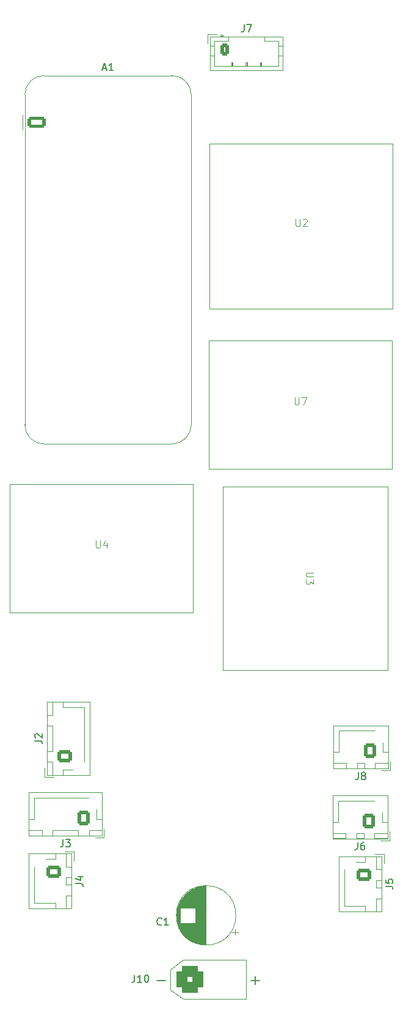
<source format=gbr>
%TF.GenerationSoftware,KiCad,Pcbnew,9.0.1*%
%TF.CreationDate,2025-04-21T23:50:45-04:00*%
%TF.ProjectId,2025SIMPLETVC,32303235-5349-44d5-904c-455456432e6b,rev?*%
%TF.SameCoordinates,Original*%
%TF.FileFunction,Legend,Top*%
%TF.FilePolarity,Positive*%
%FSLAX46Y46*%
G04 Gerber Fmt 4.6, Leading zero omitted, Abs format (unit mm)*
G04 Created by KiCad (PCBNEW 9.0.1) date 2025-04-21 23:50:45*
%MOMM*%
%LPD*%
G01*
G04 APERTURE LIST*
G04 Aperture macros list*
%AMRoundRect*
0 Rectangle with rounded corners*
0 $1 Rounding radius*
0 $2 $3 $4 $5 $6 $7 $8 $9 X,Y pos of 4 corners*
0 Add a 4 corners polygon primitive as box body*
4,1,4,$2,$3,$4,$5,$6,$7,$8,$9,$2,$3,0*
0 Add four circle primitives for the rounded corners*
1,1,$1+$1,$2,$3*
1,1,$1+$1,$4,$5*
1,1,$1+$1,$6,$7*
1,1,$1+$1,$8,$9*
0 Add four rect primitives between the rounded corners*
20,1,$1+$1,$2,$3,$4,$5,0*
20,1,$1+$1,$4,$5,$6,$7,0*
20,1,$1+$1,$6,$7,$8,$9,0*
20,1,$1+$1,$8,$9,$2,$3,0*%
G04 Aperture macros list end*
%ADD10C,0.150000*%
%ADD11C,0.100000*%
%ADD12C,0.120000*%
%ADD13C,4.700000*%
%ADD14C,7.500000*%
%ADD15C,1.200000*%
%ADD16RoundRect,0.250000X0.600000X0.750000X-0.600000X0.750000X-0.600000X-0.750000X0.600000X-0.750000X0*%
%ADD17O,1.700000X2.000000*%
%ADD18RoundRect,0.760000X-1.140000X-1.140000X1.140000X-1.140000X1.140000X1.140000X-1.140000X1.140000X0*%
%ADD19C,4.000000*%
%ADD20C,1.700000*%
%ADD21R,1.600000X1.600000*%
%ADD22C,1.600000*%
%ADD23RoundRect,0.250000X-0.750000X0.600000X-0.750000X-0.600000X0.750000X-0.600000X0.750000X0.600000X0*%
%ADD24O,2.000000X1.700000*%
%ADD25RoundRect,0.250000X0.725000X-0.600000X0.725000X0.600000X-0.725000X0.600000X-0.725000X-0.600000X0*%
%ADD26O,1.950000X1.700000*%
%ADD27RoundRect,0.250000X-0.350000X-0.625000X0.350000X-0.625000X0.350000X0.625000X-0.350000X0.625000X0*%
%ADD28O,1.200000X1.750000*%
%ADD29RoundRect,0.250000X0.600000X0.725000X-0.600000X0.725000X-0.600000X-0.725000X0.600000X-0.725000X0*%
%ADD30O,1.700000X1.950000*%
%ADD31RoundRect,0.250000X-1.050000X-0.550000X1.050000X-0.550000X1.050000X0.550000X-1.050000X0.550000X0*%
%ADD32O,2.600000X1.600000*%
G04 APERTURE END LIST*
D10*
X174816666Y-126004819D02*
X174816666Y-126719104D01*
X174816666Y-126719104D02*
X174769047Y-126861961D01*
X174769047Y-126861961D02*
X174673809Y-126957200D01*
X174673809Y-126957200D02*
X174530952Y-127004819D01*
X174530952Y-127004819D02*
X174435714Y-127004819D01*
X175435714Y-126433390D02*
X175340476Y-126385771D01*
X175340476Y-126385771D02*
X175292857Y-126338152D01*
X175292857Y-126338152D02*
X175245238Y-126242914D01*
X175245238Y-126242914D02*
X175245238Y-126195295D01*
X175245238Y-126195295D02*
X175292857Y-126100057D01*
X175292857Y-126100057D02*
X175340476Y-126052438D01*
X175340476Y-126052438D02*
X175435714Y-126004819D01*
X175435714Y-126004819D02*
X175626190Y-126004819D01*
X175626190Y-126004819D02*
X175721428Y-126052438D01*
X175721428Y-126052438D02*
X175769047Y-126100057D01*
X175769047Y-126100057D02*
X175816666Y-126195295D01*
X175816666Y-126195295D02*
X175816666Y-126242914D01*
X175816666Y-126242914D02*
X175769047Y-126338152D01*
X175769047Y-126338152D02*
X175721428Y-126385771D01*
X175721428Y-126385771D02*
X175626190Y-126433390D01*
X175626190Y-126433390D02*
X175435714Y-126433390D01*
X175435714Y-126433390D02*
X175340476Y-126481009D01*
X175340476Y-126481009D02*
X175292857Y-126528628D01*
X175292857Y-126528628D02*
X175245238Y-126623866D01*
X175245238Y-126623866D02*
X175245238Y-126814342D01*
X175245238Y-126814342D02*
X175292857Y-126909580D01*
X175292857Y-126909580D02*
X175340476Y-126957200D01*
X175340476Y-126957200D02*
X175435714Y-127004819D01*
X175435714Y-127004819D02*
X175626190Y-127004819D01*
X175626190Y-127004819D02*
X175721428Y-126957200D01*
X175721428Y-126957200D02*
X175769047Y-126909580D01*
X175769047Y-126909580D02*
X175816666Y-126814342D01*
X175816666Y-126814342D02*
X175816666Y-126623866D01*
X175816666Y-126623866D02*
X175769047Y-126528628D01*
X175769047Y-126528628D02*
X175721428Y-126481009D01*
X175721428Y-126481009D02*
X175626190Y-126433390D01*
X143790476Y-154054819D02*
X143790476Y-154769104D01*
X143790476Y-154769104D02*
X143742857Y-154911961D01*
X143742857Y-154911961D02*
X143647619Y-155007200D01*
X143647619Y-155007200D02*
X143504762Y-155054819D01*
X143504762Y-155054819D02*
X143409524Y-155054819D01*
X144790476Y-155054819D02*
X144219048Y-155054819D01*
X144504762Y-155054819D02*
X144504762Y-154054819D01*
X144504762Y-154054819D02*
X144409524Y-154197676D01*
X144409524Y-154197676D02*
X144314286Y-154292914D01*
X144314286Y-154292914D02*
X144219048Y-154340533D01*
X145409524Y-154054819D02*
X145504762Y-154054819D01*
X145504762Y-154054819D02*
X145600000Y-154102438D01*
X145600000Y-154102438D02*
X145647619Y-154150057D01*
X145647619Y-154150057D02*
X145695238Y-154245295D01*
X145695238Y-154245295D02*
X145742857Y-154435771D01*
X145742857Y-154435771D02*
X145742857Y-154673866D01*
X145742857Y-154673866D02*
X145695238Y-154864342D01*
X145695238Y-154864342D02*
X145647619Y-154959580D01*
X145647619Y-154959580D02*
X145600000Y-155007200D01*
X145600000Y-155007200D02*
X145504762Y-155054819D01*
X145504762Y-155054819D02*
X145409524Y-155054819D01*
X145409524Y-155054819D02*
X145314286Y-155007200D01*
X145314286Y-155007200D02*
X145266667Y-154959580D01*
X145266667Y-154959580D02*
X145219048Y-154864342D01*
X145219048Y-154864342D02*
X145171429Y-154673866D01*
X145171429Y-154673866D02*
X145171429Y-154435771D01*
X145171429Y-154435771D02*
X145219048Y-154245295D01*
X145219048Y-154245295D02*
X145266667Y-154150057D01*
X145266667Y-154150057D02*
X145314286Y-154102438D01*
X145314286Y-154102438D02*
X145409524Y-154054819D01*
X146928571Y-154814700D02*
X148071429Y-154814700D01*
X159928571Y-154814700D02*
X161071429Y-154814700D01*
X160500000Y-155386128D02*
X160500000Y-154243271D01*
D11*
X166138095Y-49357419D02*
X166138095Y-50166942D01*
X166138095Y-50166942D02*
X166185714Y-50262180D01*
X166185714Y-50262180D02*
X166233333Y-50309800D01*
X166233333Y-50309800D02*
X166328571Y-50357419D01*
X166328571Y-50357419D02*
X166519047Y-50357419D01*
X166519047Y-50357419D02*
X166614285Y-50309800D01*
X166614285Y-50309800D02*
X166661904Y-50262180D01*
X166661904Y-50262180D02*
X166709523Y-50166942D01*
X166709523Y-50166942D02*
X166709523Y-49357419D01*
X167138095Y-49452657D02*
X167185714Y-49405038D01*
X167185714Y-49405038D02*
X167280952Y-49357419D01*
X167280952Y-49357419D02*
X167519047Y-49357419D01*
X167519047Y-49357419D02*
X167614285Y-49405038D01*
X167614285Y-49405038D02*
X167661904Y-49452657D01*
X167661904Y-49452657D02*
X167709523Y-49547895D01*
X167709523Y-49547895D02*
X167709523Y-49643133D01*
X167709523Y-49643133D02*
X167661904Y-49785990D01*
X167661904Y-49785990D02*
X167090476Y-50357419D01*
X167090476Y-50357419D02*
X167709523Y-50357419D01*
D10*
X147533333Y-147059580D02*
X147485714Y-147107200D01*
X147485714Y-147107200D02*
X147342857Y-147154819D01*
X147342857Y-147154819D02*
X147247619Y-147154819D01*
X147247619Y-147154819D02*
X147104762Y-147107200D01*
X147104762Y-147107200D02*
X147009524Y-147011961D01*
X147009524Y-147011961D02*
X146961905Y-146916723D01*
X146961905Y-146916723D02*
X146914286Y-146726247D01*
X146914286Y-146726247D02*
X146914286Y-146583390D01*
X146914286Y-146583390D02*
X146961905Y-146392914D01*
X146961905Y-146392914D02*
X147009524Y-146297676D01*
X147009524Y-146297676D02*
X147104762Y-146202438D01*
X147104762Y-146202438D02*
X147247619Y-146154819D01*
X147247619Y-146154819D02*
X147342857Y-146154819D01*
X147342857Y-146154819D02*
X147485714Y-146202438D01*
X147485714Y-146202438D02*
X147533333Y-146250057D01*
X148485714Y-147154819D02*
X147914286Y-147154819D01*
X148200000Y-147154819D02*
X148200000Y-146154819D01*
X148200000Y-146154819D02*
X148104762Y-146297676D01*
X148104762Y-146297676D02*
X148009524Y-146392914D01*
X148009524Y-146392914D02*
X147914286Y-146440533D01*
X178604819Y-141783333D02*
X179319104Y-141783333D01*
X179319104Y-141783333D02*
X179461961Y-141830952D01*
X179461961Y-141830952D02*
X179557200Y-141926190D01*
X179557200Y-141926190D02*
X179604819Y-142069047D01*
X179604819Y-142069047D02*
X179604819Y-142164285D01*
X178604819Y-140830952D02*
X178604819Y-141307142D01*
X178604819Y-141307142D02*
X179081009Y-141354761D01*
X179081009Y-141354761D02*
X179033390Y-141307142D01*
X179033390Y-141307142D02*
X178985771Y-141211904D01*
X178985771Y-141211904D02*
X178985771Y-140973809D01*
X178985771Y-140973809D02*
X179033390Y-140878571D01*
X179033390Y-140878571D02*
X179081009Y-140830952D01*
X179081009Y-140830952D02*
X179176247Y-140783333D01*
X179176247Y-140783333D02*
X179414342Y-140783333D01*
X179414342Y-140783333D02*
X179509580Y-140830952D01*
X179509580Y-140830952D02*
X179557200Y-140878571D01*
X179557200Y-140878571D02*
X179604819Y-140973809D01*
X179604819Y-140973809D02*
X179604819Y-141211904D01*
X179604819Y-141211904D02*
X179557200Y-141307142D01*
X179557200Y-141307142D02*
X179509580Y-141354761D01*
X135604819Y-141383333D02*
X136319104Y-141383333D01*
X136319104Y-141383333D02*
X136461961Y-141430952D01*
X136461961Y-141430952D02*
X136557200Y-141526190D01*
X136557200Y-141526190D02*
X136604819Y-141669047D01*
X136604819Y-141669047D02*
X136604819Y-141764285D01*
X135938152Y-140478571D02*
X136604819Y-140478571D01*
X135557200Y-140716666D02*
X136271485Y-140954761D01*
X136271485Y-140954761D02*
X136271485Y-140335714D01*
X129979819Y-121633333D02*
X130694104Y-121633333D01*
X130694104Y-121633333D02*
X130836961Y-121680952D01*
X130836961Y-121680952D02*
X130932200Y-121776190D01*
X130932200Y-121776190D02*
X130979819Y-121919047D01*
X130979819Y-121919047D02*
X130979819Y-122014285D01*
X130075057Y-121204761D02*
X130027438Y-121157142D01*
X130027438Y-121157142D02*
X129979819Y-121061904D01*
X129979819Y-121061904D02*
X129979819Y-120823809D01*
X129979819Y-120823809D02*
X130027438Y-120728571D01*
X130027438Y-120728571D02*
X130075057Y-120680952D01*
X130075057Y-120680952D02*
X130170295Y-120633333D01*
X130170295Y-120633333D02*
X130265533Y-120633333D01*
X130265533Y-120633333D02*
X130408390Y-120680952D01*
X130408390Y-120680952D02*
X130979819Y-121252380D01*
X130979819Y-121252380D02*
X130979819Y-120633333D01*
X158966666Y-22454819D02*
X158966666Y-23169104D01*
X158966666Y-23169104D02*
X158919047Y-23311961D01*
X158919047Y-23311961D02*
X158823809Y-23407200D01*
X158823809Y-23407200D02*
X158680952Y-23454819D01*
X158680952Y-23454819D02*
X158585714Y-23454819D01*
X159347619Y-22454819D02*
X160014285Y-22454819D01*
X160014285Y-22454819D02*
X159585714Y-23454819D01*
D11*
X165988095Y-74057419D02*
X165988095Y-74866942D01*
X165988095Y-74866942D02*
X166035714Y-74962180D01*
X166035714Y-74962180D02*
X166083333Y-75009800D01*
X166083333Y-75009800D02*
X166178571Y-75057419D01*
X166178571Y-75057419D02*
X166369047Y-75057419D01*
X166369047Y-75057419D02*
X166464285Y-75009800D01*
X166464285Y-75009800D02*
X166511904Y-74962180D01*
X166511904Y-74962180D02*
X166559523Y-74866942D01*
X166559523Y-74866942D02*
X166559523Y-74057419D01*
X166940476Y-74057419D02*
X167607142Y-74057419D01*
X167607142Y-74057419D02*
X167178571Y-75057419D01*
X168542580Y-98338095D02*
X167733057Y-98338095D01*
X167733057Y-98338095D02*
X167637819Y-98385714D01*
X167637819Y-98385714D02*
X167590200Y-98433333D01*
X167590200Y-98433333D02*
X167542580Y-98528571D01*
X167542580Y-98528571D02*
X167542580Y-98719047D01*
X167542580Y-98719047D02*
X167590200Y-98814285D01*
X167590200Y-98814285D02*
X167637819Y-98861904D01*
X167637819Y-98861904D02*
X167733057Y-98909523D01*
X167733057Y-98909523D02*
X168542580Y-98909523D01*
X168542580Y-99290476D02*
X168542580Y-99909523D01*
X168542580Y-99909523D02*
X168161628Y-99576190D01*
X168161628Y-99576190D02*
X168161628Y-99719047D01*
X168161628Y-99719047D02*
X168114009Y-99814285D01*
X168114009Y-99814285D02*
X168066390Y-99861904D01*
X168066390Y-99861904D02*
X167971152Y-99909523D01*
X167971152Y-99909523D02*
X167733057Y-99909523D01*
X167733057Y-99909523D02*
X167637819Y-99861904D01*
X167637819Y-99861904D02*
X167590200Y-99814285D01*
X167590200Y-99814285D02*
X167542580Y-99719047D01*
X167542580Y-99719047D02*
X167542580Y-99433333D01*
X167542580Y-99433333D02*
X167590200Y-99338095D01*
X167590200Y-99338095D02*
X167637819Y-99290476D01*
X138448095Y-93907419D02*
X138448095Y-94716942D01*
X138448095Y-94716942D02*
X138495714Y-94812180D01*
X138495714Y-94812180D02*
X138543333Y-94859800D01*
X138543333Y-94859800D02*
X138638571Y-94907419D01*
X138638571Y-94907419D02*
X138829047Y-94907419D01*
X138829047Y-94907419D02*
X138924285Y-94859800D01*
X138924285Y-94859800D02*
X138971904Y-94812180D01*
X138971904Y-94812180D02*
X139019523Y-94716942D01*
X139019523Y-94716942D02*
X139019523Y-93907419D01*
X139924285Y-94240752D02*
X139924285Y-94907419D01*
X139686190Y-93859800D02*
X139448095Y-94574085D01*
X139448095Y-94574085D02*
X140067142Y-94574085D01*
D10*
X174716666Y-135704819D02*
X174716666Y-136419104D01*
X174716666Y-136419104D02*
X174669047Y-136561961D01*
X174669047Y-136561961D02*
X174573809Y-136657200D01*
X174573809Y-136657200D02*
X174430952Y-136704819D01*
X174430952Y-136704819D02*
X174335714Y-136704819D01*
X175621428Y-135704819D02*
X175430952Y-135704819D01*
X175430952Y-135704819D02*
X175335714Y-135752438D01*
X175335714Y-135752438D02*
X175288095Y-135800057D01*
X175288095Y-135800057D02*
X175192857Y-135942914D01*
X175192857Y-135942914D02*
X175145238Y-136133390D01*
X175145238Y-136133390D02*
X175145238Y-136514342D01*
X175145238Y-136514342D02*
X175192857Y-136609580D01*
X175192857Y-136609580D02*
X175240476Y-136657200D01*
X175240476Y-136657200D02*
X175335714Y-136704819D01*
X175335714Y-136704819D02*
X175526190Y-136704819D01*
X175526190Y-136704819D02*
X175621428Y-136657200D01*
X175621428Y-136657200D02*
X175669047Y-136609580D01*
X175669047Y-136609580D02*
X175716666Y-136514342D01*
X175716666Y-136514342D02*
X175716666Y-136276247D01*
X175716666Y-136276247D02*
X175669047Y-136181009D01*
X175669047Y-136181009D02*
X175621428Y-136133390D01*
X175621428Y-136133390D02*
X175526190Y-136085771D01*
X175526190Y-136085771D02*
X175335714Y-136085771D01*
X175335714Y-136085771D02*
X175240476Y-136133390D01*
X175240476Y-136133390D02*
X175192857Y-136181009D01*
X175192857Y-136181009D02*
X175145238Y-136276247D01*
X133866666Y-135304819D02*
X133866666Y-136019104D01*
X133866666Y-136019104D02*
X133819047Y-136161961D01*
X133819047Y-136161961D02*
X133723809Y-136257200D01*
X133723809Y-136257200D02*
X133580952Y-136304819D01*
X133580952Y-136304819D02*
X133485714Y-136304819D01*
X134247619Y-135304819D02*
X134866666Y-135304819D01*
X134866666Y-135304819D02*
X134533333Y-135685771D01*
X134533333Y-135685771D02*
X134676190Y-135685771D01*
X134676190Y-135685771D02*
X134771428Y-135733390D01*
X134771428Y-135733390D02*
X134819047Y-135781009D01*
X134819047Y-135781009D02*
X134866666Y-135876247D01*
X134866666Y-135876247D02*
X134866666Y-136114342D01*
X134866666Y-136114342D02*
X134819047Y-136209580D01*
X134819047Y-136209580D02*
X134771428Y-136257200D01*
X134771428Y-136257200D02*
X134676190Y-136304819D01*
X134676190Y-136304819D02*
X134390476Y-136304819D01*
X134390476Y-136304819D02*
X134295238Y-136257200D01*
X134295238Y-136257200D02*
X134247619Y-136209580D01*
X139393214Y-28499104D02*
X139869404Y-28499104D01*
X139297976Y-28784819D02*
X139631309Y-27784819D01*
X139631309Y-27784819D02*
X139964642Y-28784819D01*
X140821785Y-28784819D02*
X140250357Y-28784819D01*
X140536071Y-28784819D02*
X140536071Y-27784819D01*
X140536071Y-27784819D02*
X140440833Y-27927676D01*
X140440833Y-27927676D02*
X140345595Y-28022914D01*
X140345595Y-28022914D02*
X140250357Y-28070533D01*
D12*
%TO.C,J8*%
X171340000Y-119490000D02*
X171340000Y-125460000D01*
X171340000Y-125460000D02*
X178960000Y-125460000D01*
X171350000Y-123200000D02*
X172100000Y-123200000D01*
X171350000Y-124700000D02*
X171350000Y-125450000D01*
X171350000Y-125450000D02*
X173150000Y-125450000D01*
X172100000Y-120250000D02*
X175150000Y-120250000D01*
X172100000Y-123200000D02*
X172100000Y-120250000D01*
X173150000Y-124700000D02*
X171350000Y-124700000D01*
X173150000Y-125450000D02*
X173150000Y-124700000D01*
X174650000Y-124700000D02*
X174650000Y-125450000D01*
X174650000Y-125450000D02*
X175650000Y-125450000D01*
X175150000Y-120250000D02*
X177140000Y-120250000D01*
X175650000Y-124700000D02*
X174650000Y-124700000D01*
X175650000Y-125450000D02*
X175650000Y-124700000D01*
X177150000Y-124700000D02*
X177150000Y-125450000D01*
X177150000Y-125450000D02*
X178950000Y-125450000D01*
X178000000Y-125750000D02*
X179250000Y-125750000D01*
X178200000Y-123200000D02*
X178200000Y-121860000D01*
X178950000Y-123200000D02*
X178200000Y-123200000D01*
X178950000Y-124700000D02*
X177150000Y-124700000D01*
X178950000Y-125450000D02*
X178950000Y-124700000D01*
X178960000Y-119490000D02*
X171340000Y-119490000D01*
X178960000Y-125460000D02*
X178960000Y-119490000D01*
X179250000Y-125750000D02*
X179250000Y-124500000D01*
%TO.C,J10*%
X148790000Y-153290000D02*
X148790000Y-156110000D01*
X148790000Y-153290000D02*
X150490000Y-151990000D01*
X148790000Y-156110000D02*
X150490000Y-157410000D01*
X150490000Y-151990000D02*
X159210000Y-151990000D01*
X150490000Y-157410000D02*
X159210000Y-157410000D01*
X159210000Y-151990000D02*
X159210000Y-157410000D01*
%TO.C,U2*%
D11*
X154200000Y-38970000D02*
X179600000Y-38970000D01*
X179600000Y-61830000D01*
X154200000Y-61830000D01*
X154200000Y-38970000D01*
D12*
%TO.C,C1*%
X149622651Y-146333000D02*
X149622651Y-145267000D01*
X149662651Y-146568000D02*
X149662651Y-145032000D01*
X149702651Y-146747000D02*
X149702651Y-144853000D01*
X149742651Y-146897000D02*
X149742651Y-144703000D01*
X149782651Y-147028000D02*
X149782651Y-144572000D01*
X149822651Y-147146000D02*
X149822651Y-144454000D01*
X149862651Y-147253000D02*
X149862651Y-144347000D01*
X149902651Y-147352000D02*
X149902651Y-144248000D01*
X149942651Y-147444000D02*
X149942651Y-144156000D01*
X149982651Y-147531000D02*
X149982651Y-144069000D01*
X150022651Y-147613000D02*
X150022651Y-143987000D01*
X150062651Y-147690000D02*
X150062651Y-143910000D01*
X150102651Y-147764000D02*
X150102651Y-143836000D01*
X150142651Y-147834000D02*
X150142651Y-143766000D01*
X150182651Y-144760000D02*
X150182651Y-143699000D01*
X150182651Y-147901000D02*
X150182651Y-146840000D01*
X150222651Y-144760000D02*
X150222651Y-143635000D01*
X150222651Y-147965000D02*
X150222651Y-146840000D01*
X150262651Y-144760000D02*
X150262651Y-143573000D01*
X150262651Y-148027000D02*
X150262651Y-146840000D01*
X150302651Y-144760000D02*
X150302651Y-143513000D01*
X150302651Y-148087000D02*
X150302651Y-146840000D01*
X150342651Y-144760000D02*
X150342651Y-143456000D01*
X150342651Y-148144000D02*
X150342651Y-146840000D01*
X150382651Y-144760000D02*
X150382651Y-143400000D01*
X150382651Y-148200000D02*
X150382651Y-146840000D01*
X150422651Y-144760000D02*
X150422651Y-143347000D01*
X150422651Y-148253000D02*
X150422651Y-146840000D01*
X150462651Y-144760000D02*
X150462651Y-143295000D01*
X150462651Y-148305000D02*
X150462651Y-146840000D01*
X150502651Y-144760000D02*
X150502651Y-143245000D01*
X150502651Y-148355000D02*
X150502651Y-146840000D01*
X150542651Y-144760000D02*
X150542651Y-143196000D01*
X150542651Y-148404000D02*
X150542651Y-146840000D01*
X150582651Y-144760000D02*
X150582651Y-143149000D01*
X150582651Y-148451000D02*
X150582651Y-146840000D01*
X150622651Y-144760000D02*
X150622651Y-143104000D01*
X150622651Y-148496000D02*
X150622651Y-146840000D01*
X150662651Y-144760000D02*
X150662651Y-143059000D01*
X150662651Y-148541000D02*
X150662651Y-146840000D01*
X150702651Y-144760000D02*
X150702651Y-143016000D01*
X150702651Y-148584000D02*
X150702651Y-146840000D01*
X150742651Y-144760000D02*
X150742651Y-142974000D01*
X150742651Y-148626000D02*
X150742651Y-146840000D01*
X150782651Y-144760000D02*
X150782651Y-142933000D01*
X150782651Y-148667000D02*
X150782651Y-146840000D01*
X150822651Y-144760000D02*
X150822651Y-142894000D01*
X150822651Y-148706000D02*
X150822651Y-146840000D01*
X150862651Y-144760000D02*
X150862651Y-142855000D01*
X150862651Y-148745000D02*
X150862651Y-146840000D01*
X150902651Y-144760000D02*
X150902651Y-142818000D01*
X150902651Y-148782000D02*
X150902651Y-146840000D01*
X150942651Y-144760000D02*
X150942651Y-142781000D01*
X150942651Y-148819000D02*
X150942651Y-146840000D01*
X150982651Y-144760000D02*
X150982651Y-142745000D01*
X150982651Y-148855000D02*
X150982651Y-146840000D01*
X151022651Y-144760000D02*
X151022651Y-142711000D01*
X151022651Y-148889000D02*
X151022651Y-146840000D01*
X151062651Y-144760000D02*
X151062651Y-142677000D01*
X151062651Y-148923000D02*
X151062651Y-146840000D01*
X151102651Y-144760000D02*
X151102651Y-142644000D01*
X151102651Y-148956000D02*
X151102651Y-146840000D01*
X151142651Y-144760000D02*
X151142651Y-142612000D01*
X151142651Y-148988000D02*
X151142651Y-146840000D01*
X151182651Y-144760000D02*
X151182651Y-142581000D01*
X151182651Y-149019000D02*
X151182651Y-146840000D01*
X151222651Y-144760000D02*
X151222651Y-142550000D01*
X151222651Y-149050000D02*
X151222651Y-146840000D01*
X151262651Y-144760000D02*
X151262651Y-142520000D01*
X151262651Y-149080000D02*
X151262651Y-146840000D01*
X151302651Y-144760000D02*
X151302651Y-142491000D01*
X151302651Y-149109000D02*
X151302651Y-146840000D01*
X151342651Y-144760000D02*
X151342651Y-142463000D01*
X151342651Y-149137000D02*
X151342651Y-146840000D01*
X151382651Y-144760000D02*
X151382651Y-142435000D01*
X151382651Y-149165000D02*
X151382651Y-146840000D01*
X151422651Y-144760000D02*
X151422651Y-142408000D01*
X151422651Y-149192000D02*
X151422651Y-146840000D01*
X151462651Y-144760000D02*
X151462651Y-142382000D01*
X151462651Y-149218000D02*
X151462651Y-146840000D01*
X151502651Y-144760000D02*
X151502651Y-142357000D01*
X151502651Y-149243000D02*
X151502651Y-146840000D01*
X151542651Y-144760000D02*
X151542651Y-142332000D01*
X151542651Y-149268000D02*
X151542651Y-146840000D01*
X151582651Y-144760000D02*
X151582651Y-142307000D01*
X151582651Y-149293000D02*
X151582651Y-146840000D01*
X151622651Y-144760000D02*
X151622651Y-142284000D01*
X151622651Y-149316000D02*
X151622651Y-146840000D01*
X151662651Y-144760000D02*
X151662651Y-142261000D01*
X151662651Y-149339000D02*
X151662651Y-146840000D01*
X151702651Y-144760000D02*
X151702651Y-142238000D01*
X151702651Y-149362000D02*
X151702651Y-146840000D01*
X151742651Y-144760000D02*
X151742651Y-142216000D01*
X151742651Y-149384000D02*
X151742651Y-146840000D01*
X151782651Y-144760000D02*
X151782651Y-142195000D01*
X151782651Y-149405000D02*
X151782651Y-146840000D01*
X151822651Y-144760000D02*
X151822651Y-142174000D01*
X151822651Y-149426000D02*
X151822651Y-146840000D01*
X151862651Y-144760000D02*
X151862651Y-142154000D01*
X151862651Y-149446000D02*
X151862651Y-146840000D01*
X151902651Y-144760000D02*
X151902651Y-142134000D01*
X151902651Y-149466000D02*
X151902651Y-146840000D01*
X151942651Y-144760000D02*
X151942651Y-142115000D01*
X151942651Y-149485000D02*
X151942651Y-146840000D01*
X151982651Y-144760000D02*
X151982651Y-142096000D01*
X151982651Y-149504000D02*
X151982651Y-146840000D01*
X152022651Y-144760000D02*
X152022651Y-142078000D01*
X152022651Y-149522000D02*
X152022651Y-146840000D01*
X152062651Y-144760000D02*
X152062651Y-142060000D01*
X152062651Y-149540000D02*
X152062651Y-146840000D01*
X152102651Y-144760000D02*
X152102651Y-142043000D01*
X152102651Y-149557000D02*
X152102651Y-146840000D01*
X152142651Y-144760000D02*
X152142651Y-142027000D01*
X152142651Y-149573000D02*
X152142651Y-146840000D01*
X152182651Y-144760000D02*
X152182651Y-142011000D01*
X152182651Y-149589000D02*
X152182651Y-146840000D01*
X152222651Y-144760000D02*
X152222651Y-141995000D01*
X152222651Y-149605000D02*
X152222651Y-146840000D01*
X152262651Y-149620000D02*
X152262651Y-141980000D01*
X152302651Y-149635000D02*
X152302651Y-141965000D01*
X152342651Y-149649000D02*
X152342651Y-141951000D01*
X152382651Y-149663000D02*
X152382651Y-141937000D01*
X152422651Y-149676000D02*
X152422651Y-141924000D01*
X152462651Y-149689000D02*
X152462651Y-141911000D01*
X152502651Y-149701000D02*
X152502651Y-141899000D01*
X152542651Y-149713000D02*
X152542651Y-141887000D01*
X152582651Y-149725000D02*
X152582651Y-141875000D01*
X152622651Y-149736000D02*
X152622651Y-141864000D01*
X152662651Y-149747000D02*
X152662651Y-141853000D01*
X152702651Y-149757000D02*
X152702651Y-141843000D01*
X152742651Y-149767000D02*
X152742651Y-141833000D01*
X152782651Y-149776000D02*
X152782651Y-141824000D01*
X152822651Y-149785000D02*
X152822651Y-141815000D01*
X152862651Y-149793000D02*
X152862651Y-141807000D01*
X152902651Y-149802000D02*
X152902651Y-141798000D01*
X152942651Y-149809000D02*
X152942651Y-141791000D01*
X152982651Y-149817000D02*
X152982651Y-141783000D01*
X153022651Y-149823000D02*
X153022651Y-141777000D01*
X153062651Y-149830000D02*
X153062651Y-141770000D01*
X153102651Y-149836000D02*
X153102651Y-141764000D01*
X153142651Y-149842000D02*
X153142651Y-141758000D01*
X153182651Y-149847000D02*
X153182651Y-141753000D01*
X153222651Y-149852000D02*
X153222651Y-141748000D01*
X153262651Y-149856000D02*
X153262651Y-141744000D01*
X153302651Y-149861000D02*
X153302651Y-141739000D01*
X153342651Y-149864000D02*
X153342651Y-141736000D01*
X153382651Y-149868000D02*
X153382651Y-141732000D01*
X153422651Y-149870000D02*
X153422651Y-141730000D01*
X153462651Y-149873000D02*
X153462651Y-141727000D01*
X153502651Y-149875000D02*
X153502651Y-141725000D01*
X153542651Y-149877000D02*
X153542651Y-141723000D01*
X153582651Y-149878000D02*
X153582651Y-141722000D01*
X153622651Y-149879000D02*
X153622651Y-141721000D01*
X153662651Y-149880000D02*
X153662651Y-141720000D01*
X153702651Y-149880000D02*
X153702651Y-141720000D01*
X157712349Y-148515000D02*
X157712349Y-147715000D01*
X158112349Y-148115000D02*
X157312349Y-148115000D01*
X157822651Y-145800000D02*
G75*
G02*
X149582651Y-145800000I-4120000J0D01*
G01*
X149582651Y-145800000D02*
G75*
G02*
X157822651Y-145800000I4120000J0D01*
G01*
%TO.C,J5*%
X172090000Y-137640000D02*
X172090000Y-145260000D01*
X172090000Y-145260000D02*
X178060000Y-145260000D01*
X172850000Y-141450000D02*
X172850000Y-139460000D01*
X172850000Y-144500000D02*
X172850000Y-141450000D01*
X175800000Y-137650000D02*
X175800000Y-138400000D01*
X175800000Y-138400000D02*
X174460000Y-138400000D01*
X175800000Y-144500000D02*
X172850000Y-144500000D01*
X175800000Y-145250000D02*
X175800000Y-144500000D01*
X177300000Y-137650000D02*
X177300000Y-139450000D01*
X177300000Y-139450000D02*
X178050000Y-139450000D01*
X177300000Y-140950000D02*
X177300000Y-141950000D01*
X177300000Y-141950000D02*
X178050000Y-141950000D01*
X177300000Y-143450000D02*
X177300000Y-145250000D01*
X177300000Y-145250000D02*
X178050000Y-145250000D01*
X178050000Y-137650000D02*
X177300000Y-137650000D01*
X178050000Y-139450000D02*
X178050000Y-137650000D01*
X178050000Y-140950000D02*
X177300000Y-140950000D01*
X178050000Y-141950000D02*
X178050000Y-140950000D01*
X178050000Y-143450000D02*
X177300000Y-143450000D01*
X178050000Y-145250000D02*
X178050000Y-143450000D01*
X178060000Y-137640000D02*
X172090000Y-137640000D01*
X178060000Y-145260000D02*
X178060000Y-137640000D01*
X178350000Y-137350000D02*
X177100000Y-137350000D01*
X178350000Y-138600000D02*
X178350000Y-137350000D01*
%TO.C,J4*%
X129090000Y-137240000D02*
X129090000Y-144860000D01*
X129090000Y-144860000D02*
X135060000Y-144860000D01*
X129850000Y-141050000D02*
X129850000Y-139060000D01*
X129850000Y-144100000D02*
X129850000Y-141050000D01*
X132800000Y-137250000D02*
X132800000Y-138000000D01*
X132800000Y-138000000D02*
X131460000Y-138000000D01*
X132800000Y-144100000D02*
X129850000Y-144100000D01*
X132800000Y-144850000D02*
X132800000Y-144100000D01*
X134300000Y-137250000D02*
X134300000Y-139050000D01*
X134300000Y-139050000D02*
X135050000Y-139050000D01*
X134300000Y-140550000D02*
X134300000Y-141550000D01*
X134300000Y-141550000D02*
X135050000Y-141550000D01*
X134300000Y-143050000D02*
X134300000Y-144850000D01*
X134300000Y-144850000D02*
X135050000Y-144850000D01*
X135050000Y-137250000D02*
X134300000Y-137250000D01*
X135050000Y-139050000D02*
X135050000Y-137250000D01*
X135050000Y-140550000D02*
X134300000Y-140550000D01*
X135050000Y-141550000D02*
X135050000Y-140550000D01*
X135050000Y-143050000D02*
X134300000Y-143050000D01*
X135050000Y-144850000D02*
X135050000Y-143050000D01*
X135060000Y-137240000D02*
X129090000Y-137240000D01*
X135060000Y-144860000D02*
X135060000Y-137240000D01*
X135350000Y-136950000D02*
X134100000Y-136950000D01*
X135350000Y-138200000D02*
X135350000Y-136950000D01*
%TO.C,J2*%
X131325000Y-125400000D02*
X131325000Y-126650000D01*
X131325000Y-126650000D02*
X132575000Y-126650000D01*
X131615000Y-116240000D02*
X131615000Y-126360000D01*
X131615000Y-126360000D02*
X137585000Y-126360000D01*
X131625000Y-116250000D02*
X131625000Y-118050000D01*
X131625000Y-118050000D02*
X132375000Y-118050000D01*
X131625000Y-119550000D02*
X131625000Y-123050000D01*
X131625000Y-123050000D02*
X132375000Y-123050000D01*
X131625000Y-124550000D02*
X131625000Y-126350000D01*
X131625000Y-126350000D02*
X132375000Y-126350000D01*
X132375000Y-116250000D02*
X131625000Y-116250000D01*
X132375000Y-118050000D02*
X132375000Y-116250000D01*
X132375000Y-119550000D02*
X131625000Y-119550000D01*
X132375000Y-123050000D02*
X132375000Y-119550000D01*
X132375000Y-124550000D02*
X131625000Y-124550000D01*
X132375000Y-126350000D02*
X132375000Y-124550000D01*
X133875000Y-116250000D02*
X133875000Y-117000000D01*
X133875000Y-117000000D02*
X136825000Y-117000000D01*
X133875000Y-125600000D02*
X135215000Y-125600000D01*
X133875000Y-126350000D02*
X133875000Y-125600000D01*
X136825000Y-117000000D02*
X136825000Y-121300000D01*
X136825000Y-121300000D02*
X136825000Y-124540000D01*
X137585000Y-116240000D02*
X131615000Y-116240000D01*
X137585000Y-126360000D02*
X137585000Y-116240000D01*
%TO.C,J7*%
X153940000Y-23790000D02*
X153940000Y-25040000D01*
X154240000Y-24090000D02*
X154240000Y-28810000D01*
X154240000Y-25400000D02*
X154850000Y-25400000D01*
X154240000Y-26700000D02*
X154850000Y-26700000D01*
X154240000Y-28810000D02*
X164360000Y-28810000D01*
X154850000Y-24700000D02*
X154850000Y-28200000D01*
X154850000Y-28200000D02*
X163750000Y-28200000D01*
X155190000Y-23790000D02*
X153940000Y-23790000D01*
X155700000Y-23890000D02*
X155700000Y-24090000D01*
X156000000Y-23890000D02*
X155700000Y-23890000D01*
X156000000Y-23990000D02*
X155700000Y-23990000D01*
X156000000Y-24090000D02*
X156000000Y-23890000D01*
X156800000Y-24090000D02*
X156800000Y-24700000D01*
X156800000Y-24700000D02*
X154850000Y-24700000D01*
X157200000Y-27700000D02*
X157400000Y-27700000D01*
X157200000Y-28200000D02*
X157200000Y-27700000D01*
X157300000Y-28200000D02*
X157300000Y-27700000D01*
X157400000Y-27700000D02*
X157400000Y-28200000D01*
X159200000Y-27700000D02*
X159400000Y-27700000D01*
X159200000Y-28200000D02*
X159200000Y-27700000D01*
X159300000Y-28200000D02*
X159300000Y-27700000D01*
X159400000Y-27700000D02*
X159400000Y-28200000D01*
X161200000Y-27700000D02*
X161400000Y-27700000D01*
X161200000Y-28200000D02*
X161200000Y-27700000D01*
X161300000Y-28200000D02*
X161300000Y-27700000D01*
X161400000Y-27700000D02*
X161400000Y-28200000D01*
X161800000Y-24700000D02*
X161800000Y-24090000D01*
X163750000Y-24700000D02*
X161800000Y-24700000D01*
X163750000Y-28200000D02*
X163750000Y-24700000D01*
X164360000Y-24090000D02*
X154240000Y-24090000D01*
X164360000Y-25400000D02*
X163750000Y-25400000D01*
X164360000Y-26700000D02*
X163750000Y-26700000D01*
X164360000Y-28810000D02*
X164360000Y-24090000D01*
%TO.C,U7*%
D11*
X154050000Y-66210000D02*
X179450000Y-66210000D01*
X179450000Y-83990000D01*
X154050000Y-83990000D01*
X154050000Y-66210000D01*
%TO.C,U3*%
X178930000Y-86400000D02*
X156070000Y-86400000D01*
X156070000Y-111800000D01*
X178930000Y-111800000D01*
X178930000Y-86400000D01*
%TO.C,U4*%
X126510000Y-86060000D02*
X151910000Y-86060000D01*
X151910000Y-103840000D01*
X126510000Y-103840000D01*
X126510000Y-86060000D01*
D12*
%TO.C,J6*%
X171240000Y-129190000D02*
X171240000Y-135160000D01*
X171240000Y-135160000D02*
X178860000Y-135160000D01*
X171250000Y-132900000D02*
X172000000Y-132900000D01*
X171250000Y-134400000D02*
X171250000Y-135150000D01*
X171250000Y-135150000D02*
X173050000Y-135150000D01*
X172000000Y-129950000D02*
X175050000Y-129950000D01*
X172000000Y-132900000D02*
X172000000Y-129950000D01*
X173050000Y-134400000D02*
X171250000Y-134400000D01*
X173050000Y-135150000D02*
X173050000Y-134400000D01*
X174550000Y-134400000D02*
X174550000Y-135150000D01*
X174550000Y-135150000D02*
X175550000Y-135150000D01*
X175050000Y-129950000D02*
X177040000Y-129950000D01*
X175550000Y-134400000D02*
X174550000Y-134400000D01*
X175550000Y-135150000D02*
X175550000Y-134400000D01*
X177050000Y-134400000D02*
X177050000Y-135150000D01*
X177050000Y-135150000D02*
X178850000Y-135150000D01*
X177900000Y-135450000D02*
X179150000Y-135450000D01*
X178100000Y-132900000D02*
X178100000Y-131560000D01*
X178850000Y-132900000D02*
X178100000Y-132900000D01*
X178850000Y-134400000D02*
X177050000Y-134400000D01*
X178850000Y-135150000D02*
X178850000Y-134400000D01*
X178860000Y-129190000D02*
X171240000Y-129190000D01*
X178860000Y-135160000D02*
X178860000Y-129190000D01*
X179150000Y-135450000D02*
X179150000Y-134200000D01*
%TO.C,J3*%
X129140000Y-128790000D02*
X129140000Y-134760000D01*
X129140000Y-134760000D02*
X139260000Y-134760000D01*
X129150000Y-132500000D02*
X129900000Y-132500000D01*
X129150000Y-134000000D02*
X129150000Y-134750000D01*
X129150000Y-134750000D02*
X130950000Y-134750000D01*
X129900000Y-129550000D02*
X134200000Y-129550000D01*
X129900000Y-132500000D02*
X129900000Y-129550000D01*
X130950000Y-134000000D02*
X129150000Y-134000000D01*
X130950000Y-134750000D02*
X130950000Y-134000000D01*
X132450000Y-134000000D02*
X132450000Y-134750000D01*
X132450000Y-134750000D02*
X135950000Y-134750000D01*
X134200000Y-129550000D02*
X137440000Y-129550000D01*
X135950000Y-134000000D02*
X132450000Y-134000000D01*
X135950000Y-134750000D02*
X135950000Y-134000000D01*
X137450000Y-134000000D02*
X137450000Y-134750000D01*
X137450000Y-134750000D02*
X139250000Y-134750000D01*
X138300000Y-135050000D02*
X139550000Y-135050000D01*
X138500000Y-132500000D02*
X138500000Y-131160000D01*
X139250000Y-132500000D02*
X138500000Y-132500000D01*
X139250000Y-134000000D02*
X137450000Y-134000000D01*
X139250000Y-134750000D02*
X139250000Y-134000000D01*
X139260000Y-128790000D02*
X129140000Y-128790000D01*
X139260000Y-134760000D02*
X139260000Y-128790000D01*
X139550000Y-135050000D02*
X139550000Y-133800000D01*
%TO.C,A1*%
X128247500Y-36950000D02*
X128247500Y-34950000D01*
X128567500Y-32140000D02*
X128567500Y-77860000D01*
X148997500Y-29490000D02*
X131217500Y-29490000D01*
X148997500Y-80510000D02*
X131217500Y-80510000D01*
X151647500Y-32140000D02*
X151647500Y-77860000D01*
X128567500Y-32140000D02*
G75*
G02*
X131217500Y-29490000I2650000J0D01*
G01*
X131217500Y-80510000D02*
G75*
G02*
X128567500Y-77860000I0J2650000D01*
G01*
X148997500Y-29490000D02*
G75*
G02*
X151647500Y-32140000I0J-2650000D01*
G01*
X151647500Y-77860000D02*
G75*
G02*
X148997500Y-80510000I-2650000J0D01*
G01*
%TD*%
%LPC*%
D13*
%TO.C,H3*%
X130500000Y-25000000D03*
D14*
X130500000Y-25000000D03*
%TD*%
D13*
%TO.C,H4*%
X175500000Y-25000000D03*
D14*
X175500000Y-25000000D03*
%TD*%
D15*
%TO.C,J8*%
X178000000Y-121000000D03*
D16*
X176400000Y-123000000D03*
D17*
X173900000Y-123000000D03*
%TD*%
D13*
%TO.C,H1*%
X130500000Y-155000000D03*
D14*
X130500000Y-155000000D03*
%TD*%
D18*
%TO.C,J10*%
X151500000Y-154700000D03*
D19*
X156500000Y-154700000D03*
%TD*%
D20*
%TO.C,U2*%
X160550000Y-59290000D03*
X163090000Y-59290000D03*
X165630000Y-59290000D03*
X168170000Y-59290000D03*
X170710000Y-59290000D03*
X173250000Y-59290000D03*
X160550000Y-41510000D03*
X163090000Y-41510000D03*
X165630000Y-41510000D03*
X168170000Y-41510000D03*
X170710000Y-41510000D03*
X173250000Y-41510000D03*
%TD*%
D21*
%TO.C,C1*%
X156202651Y-145800000D03*
D22*
X151202651Y-145800000D03*
%TD*%
D15*
%TO.C,J5*%
X173600000Y-138600000D03*
D23*
X175600000Y-140200000D03*
D24*
X175600000Y-142700000D03*
%TD*%
D15*
%TO.C,J4*%
X130600000Y-138200000D03*
D23*
X132600000Y-139800000D03*
D24*
X132600000Y-142300000D03*
%TD*%
D15*
%TO.C,J2*%
X136075000Y-125400000D03*
D25*
X134075000Y-123800000D03*
D26*
X134075000Y-121300000D03*
X134075000Y-118800000D03*
%TD*%
D27*
%TO.C,J7*%
X156300000Y-25900000D03*
D28*
X158300000Y-25900000D03*
X160300000Y-25900000D03*
X162300000Y-25900000D03*
%TD*%
D20*
%TO.C,U7*%
X159130000Y-81450000D03*
X161670000Y-81450000D03*
X164210000Y-81450000D03*
X166750000Y-81450000D03*
X169290000Y-81450000D03*
X171830000Y-81450000D03*
X174370000Y-81450000D03*
%TD*%
%TO.C,U3*%
X158610000Y-88940000D03*
X158610000Y-91480000D03*
X158610000Y-94020000D03*
X158610000Y-96560000D03*
X158610000Y-99100000D03*
X158610000Y-101640000D03*
X158610000Y-104180000D03*
X158610000Y-106720000D03*
X158610000Y-109260000D03*
%TD*%
D13*
%TO.C,H2*%
X175500000Y-155000000D03*
D14*
X175500000Y-155000000D03*
%TD*%
D20*
%TO.C,U4*%
X130320000Y-101300000D03*
X132860000Y-101300000D03*
X135400000Y-101300000D03*
X137940000Y-101300000D03*
X140480000Y-101300000D03*
X143020000Y-101300000D03*
X145560000Y-101300000D03*
X148100000Y-101300000D03*
%TD*%
D15*
%TO.C,J6*%
X177900000Y-130700000D03*
D16*
X176300000Y-132700000D03*
D17*
X173800000Y-132700000D03*
%TD*%
D15*
%TO.C,J3*%
X138300000Y-130300000D03*
D29*
X136700000Y-132300000D03*
D30*
X134200000Y-132300000D03*
X131700000Y-132300000D03*
%TD*%
D31*
%TO.C,A1*%
X130247500Y-35950000D03*
D32*
X130247500Y-38490000D03*
X130247500Y-41030000D03*
X130247500Y-43570000D03*
X130247500Y-46110000D03*
X130247500Y-48650000D03*
X130247500Y-51190000D03*
X130247500Y-53730000D03*
X130247500Y-56270000D03*
X130247500Y-58810000D03*
X130247500Y-61350000D03*
X130247500Y-63890000D03*
X130247500Y-66430000D03*
X130247500Y-68970000D03*
X130247500Y-71510000D03*
X130247500Y-74050000D03*
X149967500Y-74050000D03*
X149967500Y-71510000D03*
X149967500Y-68970000D03*
X149967500Y-66430000D03*
X149967500Y-63890000D03*
X149967500Y-61350000D03*
X149967500Y-58810000D03*
X149967500Y-56270000D03*
X149967500Y-53730000D03*
X149967500Y-51190000D03*
X149967500Y-48650000D03*
X149967500Y-46110000D03*
%TD*%
%LPD*%
M02*

</source>
